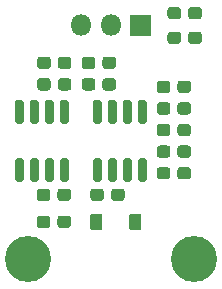
<source format=gbr>
G04 #@! TF.GenerationSoftware,KiCad,Pcbnew,(5.1.8)-1*
G04 #@! TF.CreationDate,2020-12-28T13:17:20-07:00*
G04 #@! TF.ProjectId,Moisture-Sensor,4d6f6973-7475-4726-952d-53656e736f72,rev?*
G04 #@! TF.SameCoordinates,Original*
G04 #@! TF.FileFunction,Soldermask,Top*
G04 #@! TF.FilePolarity,Negative*
%FSLAX46Y46*%
G04 Gerber Fmt 4.6, Leading zero omitted, Abs format (unit mm)*
G04 Created by KiCad (PCBNEW (5.1.8)-1) date 2020-12-28 13:17:20*
%MOMM*%
%LPD*%
G01*
G04 APERTURE LIST*
%ADD10O,1.802000X1.802000*%
%ADD11C,3.902000*%
G04 APERTURE END LIST*
G36*
G01*
X115025000Y-63643400D02*
X115025000Y-64169400D01*
G75*
G02*
X114762000Y-64432400I-263000J0D01*
G01*
X114136000Y-64432400D01*
G75*
G02*
X113873000Y-64169400I0J263000D01*
G01*
X113873000Y-63643400D01*
G75*
G02*
X114136000Y-63380400I263000J0D01*
G01*
X114762000Y-63380400D01*
G75*
G02*
X115025000Y-63643400I0J-263000D01*
G01*
G37*
G36*
G01*
X116775000Y-63643400D02*
X116775000Y-64169400D01*
G75*
G02*
X116512000Y-64432400I-263000J0D01*
G01*
X115886000Y-64432400D01*
G75*
G02*
X115623000Y-64169400I0J263000D01*
G01*
X115623000Y-63643400D01*
G75*
G02*
X115886000Y-63380400I263000J0D01*
G01*
X116512000Y-63380400D01*
G75*
G02*
X116775000Y-63643400I0J-263000D01*
G01*
G37*
G36*
G01*
X116775000Y-65472200D02*
X116775000Y-65998200D01*
G75*
G02*
X116512000Y-66261200I-263000J0D01*
G01*
X115886000Y-66261200D01*
G75*
G02*
X115623000Y-65998200I0J263000D01*
G01*
X115623000Y-65472200D01*
G75*
G02*
X115886000Y-65209200I263000J0D01*
G01*
X116512000Y-65209200D01*
G75*
G02*
X116775000Y-65472200I0J-263000D01*
G01*
G37*
G36*
G01*
X115025000Y-65472200D02*
X115025000Y-65998200D01*
G75*
G02*
X114762000Y-66261200I-263000J0D01*
G01*
X114136000Y-66261200D01*
G75*
G02*
X113873000Y-65998200I0J263000D01*
G01*
X113873000Y-65472200D01*
G75*
G02*
X114136000Y-65209200I263000J0D01*
G01*
X114762000Y-65209200D01*
G75*
G02*
X115025000Y-65472200I0J-263000D01*
G01*
G37*
G36*
G01*
X103713000Y-67827000D02*
X103713000Y-67301000D01*
G75*
G02*
X103976000Y-67038000I263000J0D01*
G01*
X104602000Y-67038000D01*
G75*
G02*
X104865000Y-67301000I0J-263000D01*
G01*
X104865000Y-67827000D01*
G75*
G02*
X104602000Y-68090000I-263000J0D01*
G01*
X103976000Y-68090000D01*
G75*
G02*
X103713000Y-67827000I0J263000D01*
G01*
G37*
G36*
G01*
X105463000Y-67827000D02*
X105463000Y-67301000D01*
G75*
G02*
X105726000Y-67038000I263000J0D01*
G01*
X106352000Y-67038000D01*
G75*
G02*
X106615000Y-67301000I0J-263000D01*
G01*
X106615000Y-67827000D01*
G75*
G02*
X106352000Y-68090000I-263000J0D01*
G01*
X105726000Y-68090000D01*
G75*
G02*
X105463000Y-67827000I0J263000D01*
G01*
G37*
G36*
G01*
X111153000Y-67301000D02*
X111153000Y-67827000D01*
G75*
G02*
X110890000Y-68090000I-263000J0D01*
G01*
X110264000Y-68090000D01*
G75*
G02*
X110001000Y-67827000I0J263000D01*
G01*
X110001000Y-67301000D01*
G75*
G02*
X110264000Y-67038000I263000J0D01*
G01*
X110890000Y-67038000D01*
G75*
G02*
X111153000Y-67301000I0J-263000D01*
G01*
G37*
G36*
G01*
X109403000Y-67301000D02*
X109403000Y-67827000D01*
G75*
G02*
X109140000Y-68090000I-263000J0D01*
G01*
X108514000Y-68090000D01*
G75*
G02*
X108251000Y-67827000I0J263000D01*
G01*
X108251000Y-67301000D01*
G75*
G02*
X108514000Y-67038000I263000J0D01*
G01*
X109140000Y-67038000D01*
G75*
G02*
X109403000Y-67301000I0J-263000D01*
G01*
G37*
G36*
G01*
X108675000Y-56125000D02*
X108675000Y-56651000D01*
G75*
G02*
X108412000Y-56914000I-263000J0D01*
G01*
X107786000Y-56914000D01*
G75*
G02*
X107523000Y-56651000I0J263000D01*
G01*
X107523000Y-56125000D01*
G75*
G02*
X107786000Y-55862000I263000J0D01*
G01*
X108412000Y-55862000D01*
G75*
G02*
X108675000Y-56125000I0J-263000D01*
G01*
G37*
G36*
G01*
X110425000Y-56125000D02*
X110425000Y-56651000D01*
G75*
G02*
X110162000Y-56914000I-263000J0D01*
G01*
X109536000Y-56914000D01*
G75*
G02*
X109273000Y-56651000I0J263000D01*
G01*
X109273000Y-56125000D01*
G75*
G02*
X109536000Y-55862000I263000J0D01*
G01*
X110162000Y-55862000D01*
G75*
G02*
X110425000Y-56125000I0J-263000D01*
G01*
G37*
G36*
G01*
X114781000Y-52438000D02*
X114781000Y-51912000D01*
G75*
G02*
X115044000Y-51649000I263000J0D01*
G01*
X115670000Y-51649000D01*
G75*
G02*
X115933000Y-51912000I0J-263000D01*
G01*
X115933000Y-52438000D01*
G75*
G02*
X115670000Y-52701000I-263000J0D01*
G01*
X115044000Y-52701000D01*
G75*
G02*
X114781000Y-52438000I0J263000D01*
G01*
G37*
G36*
G01*
X116531000Y-52438000D02*
X116531000Y-51912000D01*
G75*
G02*
X116794000Y-51649000I263000J0D01*
G01*
X117420000Y-51649000D01*
G75*
G02*
X117683000Y-51912000I0J-263000D01*
G01*
X117683000Y-52438000D01*
G75*
G02*
X117420000Y-52701000I-263000J0D01*
G01*
X116794000Y-52701000D01*
G75*
G02*
X116531000Y-52438000I0J263000D01*
G01*
G37*
G36*
G01*
X108251000Y-70450000D02*
X108251000Y-69250000D01*
G75*
G02*
X108302000Y-69199000I51000J0D01*
G01*
X109202000Y-69199000D01*
G75*
G02*
X109253000Y-69250000I0J-51000D01*
G01*
X109253000Y-70450000D01*
G75*
G02*
X109202000Y-70501000I-51000J0D01*
G01*
X108302000Y-70501000D01*
G75*
G02*
X108251000Y-70450000I0J51000D01*
G01*
G37*
G36*
G01*
X111551000Y-70450000D02*
X111551000Y-69250000D01*
G75*
G02*
X111602000Y-69199000I51000J0D01*
G01*
X112502000Y-69199000D01*
G75*
G02*
X112553000Y-69250000I0J-51000D01*
G01*
X112553000Y-70450000D01*
G75*
G02*
X112502000Y-70501000I-51000J0D01*
G01*
X111602000Y-70501000D01*
G75*
G02*
X111551000Y-70450000I0J51000D01*
G01*
G37*
G36*
G01*
X114781000Y-54538000D02*
X114781000Y-54012000D01*
G75*
G02*
X115044000Y-53749000I263000J0D01*
G01*
X115670000Y-53749000D01*
G75*
G02*
X115933000Y-54012000I0J-263000D01*
G01*
X115933000Y-54538000D01*
G75*
G02*
X115670000Y-54801000I-263000J0D01*
G01*
X115044000Y-54801000D01*
G75*
G02*
X114781000Y-54538000I0J263000D01*
G01*
G37*
G36*
G01*
X116531000Y-54538000D02*
X116531000Y-54012000D01*
G75*
G02*
X116794000Y-53749000I263000J0D01*
G01*
X117420000Y-53749000D01*
G75*
G02*
X117683000Y-54012000I0J-263000D01*
G01*
X117683000Y-54538000D01*
G75*
G02*
X117420000Y-54801000I-263000J0D01*
G01*
X116794000Y-54801000D01*
G75*
G02*
X116531000Y-54538000I0J263000D01*
G01*
G37*
G36*
G01*
X105497000Y-56651000D02*
X105497000Y-56125000D01*
G75*
G02*
X105760000Y-55862000I263000J0D01*
G01*
X106386000Y-55862000D01*
G75*
G02*
X106649000Y-56125000I0J-263000D01*
G01*
X106649000Y-56651000D01*
G75*
G02*
X106386000Y-56914000I-263000J0D01*
G01*
X105760000Y-56914000D01*
G75*
G02*
X105497000Y-56651000I0J263000D01*
G01*
G37*
G36*
G01*
X103747000Y-56651000D02*
X103747000Y-56125000D01*
G75*
G02*
X104010000Y-55862000I263000J0D01*
G01*
X104636000Y-55862000D01*
G75*
G02*
X104899000Y-56125000I0J-263000D01*
G01*
X104899000Y-56651000D01*
G75*
G02*
X104636000Y-56914000I-263000J0D01*
G01*
X104010000Y-56914000D01*
G75*
G02*
X103747000Y-56651000I0J263000D01*
G01*
G37*
G36*
G01*
X103747000Y-58468000D02*
X103747000Y-57942000D01*
G75*
G02*
X104010000Y-57679000I263000J0D01*
G01*
X104636000Y-57679000D01*
G75*
G02*
X104899000Y-57942000I0J-263000D01*
G01*
X104899000Y-58468000D01*
G75*
G02*
X104636000Y-58731000I-263000J0D01*
G01*
X104010000Y-58731000D01*
G75*
G02*
X103747000Y-58468000I0J263000D01*
G01*
G37*
G36*
G01*
X105497000Y-58468000D02*
X105497000Y-57942000D01*
G75*
G02*
X105760000Y-57679000I263000J0D01*
G01*
X106386000Y-57679000D01*
G75*
G02*
X106649000Y-57942000I0J-263000D01*
G01*
X106649000Y-58468000D01*
G75*
G02*
X106386000Y-58731000I-263000J0D01*
G01*
X105760000Y-58731000D01*
G75*
G02*
X105497000Y-58468000I0J263000D01*
G01*
G37*
G36*
G01*
X115025000Y-59985800D02*
X115025000Y-60511800D01*
G75*
G02*
X114762000Y-60774800I-263000J0D01*
G01*
X114136000Y-60774800D01*
G75*
G02*
X113873000Y-60511800I0J263000D01*
G01*
X113873000Y-59985800D01*
G75*
G02*
X114136000Y-59722800I263000J0D01*
G01*
X114762000Y-59722800D01*
G75*
G02*
X115025000Y-59985800I0J-263000D01*
G01*
G37*
G36*
G01*
X116775000Y-59985800D02*
X116775000Y-60511800D01*
G75*
G02*
X116512000Y-60774800I-263000J0D01*
G01*
X115886000Y-60774800D01*
G75*
G02*
X115623000Y-60511800I0J263000D01*
G01*
X115623000Y-59985800D01*
G75*
G02*
X115886000Y-59722800I263000J0D01*
G01*
X116512000Y-59722800D01*
G75*
G02*
X116775000Y-59985800I0J-263000D01*
G01*
G37*
G36*
G01*
X116775000Y-61814600D02*
X116775000Y-62340600D01*
G75*
G02*
X116512000Y-62603600I-263000J0D01*
G01*
X115886000Y-62603600D01*
G75*
G02*
X115623000Y-62340600I0J263000D01*
G01*
X115623000Y-61814600D01*
G75*
G02*
X115886000Y-61551600I263000J0D01*
G01*
X116512000Y-61551600D01*
G75*
G02*
X116775000Y-61814600I0J-263000D01*
G01*
G37*
G36*
G01*
X115025000Y-61814600D02*
X115025000Y-62340600D01*
G75*
G02*
X114762000Y-62603600I-263000J0D01*
G01*
X114136000Y-62603600D01*
G75*
G02*
X113873000Y-62340600I0J263000D01*
G01*
X113873000Y-61814600D01*
G75*
G02*
X114136000Y-61551600I263000J0D01*
G01*
X114762000Y-61551600D01*
G75*
G02*
X115025000Y-61814600I0J-263000D01*
G01*
G37*
G36*
G01*
X109273000Y-58468000D02*
X109273000Y-57942000D01*
G75*
G02*
X109536000Y-57679000I263000J0D01*
G01*
X110162000Y-57679000D01*
G75*
G02*
X110425000Y-57942000I0J-263000D01*
G01*
X110425000Y-58468000D01*
G75*
G02*
X110162000Y-58731000I-263000J0D01*
G01*
X109536000Y-58731000D01*
G75*
G02*
X109273000Y-58468000I0J263000D01*
G01*
G37*
G36*
G01*
X107523000Y-58468000D02*
X107523000Y-57942000D01*
G75*
G02*
X107786000Y-57679000I263000J0D01*
G01*
X108412000Y-57679000D01*
G75*
G02*
X108675000Y-57942000I0J-263000D01*
G01*
X108675000Y-58468000D01*
G75*
G02*
X108412000Y-58731000I-263000J0D01*
G01*
X107786000Y-58731000D01*
G75*
G02*
X107523000Y-58468000I0J263000D01*
G01*
G37*
G36*
G01*
X115623000Y-58683000D02*
X115623000Y-58157000D01*
G75*
G02*
X115886000Y-57894000I263000J0D01*
G01*
X116512000Y-57894000D01*
G75*
G02*
X116775000Y-58157000I0J-263000D01*
G01*
X116775000Y-58683000D01*
G75*
G02*
X116512000Y-58946000I-263000J0D01*
G01*
X115886000Y-58946000D01*
G75*
G02*
X115623000Y-58683000I0J263000D01*
G01*
G37*
G36*
G01*
X113873000Y-58683000D02*
X113873000Y-58157000D01*
G75*
G02*
X114136000Y-57894000I263000J0D01*
G01*
X114762000Y-57894000D01*
G75*
G02*
X115025000Y-58157000I0J-263000D01*
G01*
X115025000Y-58683000D01*
G75*
G02*
X114762000Y-58946000I-263000J0D01*
G01*
X114136000Y-58946000D01*
G75*
G02*
X113873000Y-58683000I0J263000D01*
G01*
G37*
G36*
G01*
X106615000Y-69587000D02*
X106615000Y-70113000D01*
G75*
G02*
X106352000Y-70376000I-263000J0D01*
G01*
X105726000Y-70376000D01*
G75*
G02*
X105463000Y-70113000I0J263000D01*
G01*
X105463000Y-69587000D01*
G75*
G02*
X105726000Y-69324000I263000J0D01*
G01*
X106352000Y-69324000D01*
G75*
G02*
X106615000Y-69587000I0J-263000D01*
G01*
G37*
G36*
G01*
X104865000Y-69587000D02*
X104865000Y-70113000D01*
G75*
G02*
X104602000Y-70376000I-263000J0D01*
G01*
X103976000Y-70376000D01*
G75*
G02*
X103713000Y-70113000I0J263000D01*
G01*
X103713000Y-69587000D01*
G75*
G02*
X103976000Y-69324000I263000J0D01*
G01*
X104602000Y-69324000D01*
G75*
G02*
X104865000Y-69587000I0J-263000D01*
G01*
G37*
G36*
G01*
X105877500Y-59491000D02*
X106228500Y-59491000D01*
G75*
G02*
X106404000Y-59666500I0J-175500D01*
G01*
X106404000Y-61367500D01*
G75*
G02*
X106228500Y-61543000I-175500J0D01*
G01*
X105877500Y-61543000D01*
G75*
G02*
X105702000Y-61367500I0J175500D01*
G01*
X105702000Y-59666500D01*
G75*
G02*
X105877500Y-59491000I175500J0D01*
G01*
G37*
G36*
G01*
X104607500Y-59491000D02*
X104958500Y-59491000D01*
G75*
G02*
X105134000Y-59666500I0J-175500D01*
G01*
X105134000Y-61367500D01*
G75*
G02*
X104958500Y-61543000I-175500J0D01*
G01*
X104607500Y-61543000D01*
G75*
G02*
X104432000Y-61367500I0J175500D01*
G01*
X104432000Y-59666500D01*
G75*
G02*
X104607500Y-59491000I175500J0D01*
G01*
G37*
G36*
G01*
X103337500Y-59491000D02*
X103688500Y-59491000D01*
G75*
G02*
X103864000Y-59666500I0J-175500D01*
G01*
X103864000Y-61367500D01*
G75*
G02*
X103688500Y-61543000I-175500J0D01*
G01*
X103337500Y-61543000D01*
G75*
G02*
X103162000Y-61367500I0J175500D01*
G01*
X103162000Y-59666500D01*
G75*
G02*
X103337500Y-59491000I175500J0D01*
G01*
G37*
G36*
G01*
X102067500Y-59491000D02*
X102418500Y-59491000D01*
G75*
G02*
X102594000Y-59666500I0J-175500D01*
G01*
X102594000Y-61367500D01*
G75*
G02*
X102418500Y-61543000I-175500J0D01*
G01*
X102067500Y-61543000D01*
G75*
G02*
X101892000Y-61367500I0J175500D01*
G01*
X101892000Y-59666500D01*
G75*
G02*
X102067500Y-59491000I175500J0D01*
G01*
G37*
G36*
G01*
X102067500Y-64441000D02*
X102418500Y-64441000D01*
G75*
G02*
X102594000Y-64616500I0J-175500D01*
G01*
X102594000Y-66317500D01*
G75*
G02*
X102418500Y-66493000I-175500J0D01*
G01*
X102067500Y-66493000D01*
G75*
G02*
X101892000Y-66317500I0J175500D01*
G01*
X101892000Y-64616500D01*
G75*
G02*
X102067500Y-64441000I175500J0D01*
G01*
G37*
G36*
G01*
X103337500Y-64441000D02*
X103688500Y-64441000D01*
G75*
G02*
X103864000Y-64616500I0J-175500D01*
G01*
X103864000Y-66317500D01*
G75*
G02*
X103688500Y-66493000I-175500J0D01*
G01*
X103337500Y-66493000D01*
G75*
G02*
X103162000Y-66317500I0J175500D01*
G01*
X103162000Y-64616500D01*
G75*
G02*
X103337500Y-64441000I175500J0D01*
G01*
G37*
G36*
G01*
X104607500Y-64441000D02*
X104958500Y-64441000D01*
G75*
G02*
X105134000Y-64616500I0J-175500D01*
G01*
X105134000Y-66317500D01*
G75*
G02*
X104958500Y-66493000I-175500J0D01*
G01*
X104607500Y-66493000D01*
G75*
G02*
X104432000Y-66317500I0J175500D01*
G01*
X104432000Y-64616500D01*
G75*
G02*
X104607500Y-64441000I175500J0D01*
G01*
G37*
G36*
G01*
X105877500Y-64441000D02*
X106228500Y-64441000D01*
G75*
G02*
X106404000Y-64616500I0J-175500D01*
G01*
X106404000Y-66317500D01*
G75*
G02*
X106228500Y-66493000I-175500J0D01*
G01*
X105877500Y-66493000D01*
G75*
G02*
X105702000Y-66317500I0J175500D01*
G01*
X105702000Y-64616500D01*
G75*
G02*
X105877500Y-64441000I175500J0D01*
G01*
G37*
G36*
G01*
X112481500Y-64441000D02*
X112832500Y-64441000D01*
G75*
G02*
X113008000Y-64616500I0J-175500D01*
G01*
X113008000Y-66317500D01*
G75*
G02*
X112832500Y-66493000I-175500J0D01*
G01*
X112481500Y-66493000D01*
G75*
G02*
X112306000Y-66317500I0J175500D01*
G01*
X112306000Y-64616500D01*
G75*
G02*
X112481500Y-64441000I175500J0D01*
G01*
G37*
G36*
G01*
X111211500Y-64441000D02*
X111562500Y-64441000D01*
G75*
G02*
X111738000Y-64616500I0J-175500D01*
G01*
X111738000Y-66317500D01*
G75*
G02*
X111562500Y-66493000I-175500J0D01*
G01*
X111211500Y-66493000D01*
G75*
G02*
X111036000Y-66317500I0J175500D01*
G01*
X111036000Y-64616500D01*
G75*
G02*
X111211500Y-64441000I175500J0D01*
G01*
G37*
G36*
G01*
X109941500Y-64441000D02*
X110292500Y-64441000D01*
G75*
G02*
X110468000Y-64616500I0J-175500D01*
G01*
X110468000Y-66317500D01*
G75*
G02*
X110292500Y-66493000I-175500J0D01*
G01*
X109941500Y-66493000D01*
G75*
G02*
X109766000Y-66317500I0J175500D01*
G01*
X109766000Y-64616500D01*
G75*
G02*
X109941500Y-64441000I175500J0D01*
G01*
G37*
G36*
G01*
X108671500Y-64441000D02*
X109022500Y-64441000D01*
G75*
G02*
X109198000Y-64616500I0J-175500D01*
G01*
X109198000Y-66317500D01*
G75*
G02*
X109022500Y-66493000I-175500J0D01*
G01*
X108671500Y-66493000D01*
G75*
G02*
X108496000Y-66317500I0J175500D01*
G01*
X108496000Y-64616500D01*
G75*
G02*
X108671500Y-64441000I175500J0D01*
G01*
G37*
G36*
G01*
X108671500Y-59491000D02*
X109022500Y-59491000D01*
G75*
G02*
X109198000Y-59666500I0J-175500D01*
G01*
X109198000Y-61367500D01*
G75*
G02*
X109022500Y-61543000I-175500J0D01*
G01*
X108671500Y-61543000D01*
G75*
G02*
X108496000Y-61367500I0J175500D01*
G01*
X108496000Y-59666500D01*
G75*
G02*
X108671500Y-59491000I175500J0D01*
G01*
G37*
G36*
G01*
X109941500Y-59491000D02*
X110292500Y-59491000D01*
G75*
G02*
X110468000Y-59666500I0J-175500D01*
G01*
X110468000Y-61367500D01*
G75*
G02*
X110292500Y-61543000I-175500J0D01*
G01*
X109941500Y-61543000D01*
G75*
G02*
X109766000Y-61367500I0J175500D01*
G01*
X109766000Y-59666500D01*
G75*
G02*
X109941500Y-59491000I175500J0D01*
G01*
G37*
G36*
G01*
X111211500Y-59491000D02*
X111562500Y-59491000D01*
G75*
G02*
X111738000Y-59666500I0J-175500D01*
G01*
X111738000Y-61367500D01*
G75*
G02*
X111562500Y-61543000I-175500J0D01*
G01*
X111211500Y-61543000D01*
G75*
G02*
X111036000Y-61367500I0J175500D01*
G01*
X111036000Y-59666500D01*
G75*
G02*
X111211500Y-59491000I175500J0D01*
G01*
G37*
G36*
G01*
X112481500Y-59491000D02*
X112832500Y-59491000D01*
G75*
G02*
X113008000Y-59666500I0J-175500D01*
G01*
X113008000Y-61367500D01*
G75*
G02*
X112832500Y-61543000I-175500J0D01*
G01*
X112481500Y-61543000D01*
G75*
G02*
X112306000Y-61367500I0J175500D01*
G01*
X112306000Y-59666500D01*
G75*
G02*
X112481500Y-59491000I175500J0D01*
G01*
G37*
G36*
G01*
X111675000Y-52304000D02*
X113375000Y-52304000D01*
G75*
G02*
X113426000Y-52355000I0J-51000D01*
G01*
X113426000Y-54055000D01*
G75*
G02*
X113375000Y-54106000I-51000J0D01*
G01*
X111675000Y-54106000D01*
G75*
G02*
X111624000Y-54055000I0J51000D01*
G01*
X111624000Y-52355000D01*
G75*
G02*
X111675000Y-52304000I51000J0D01*
G01*
G37*
D10*
X109985000Y-53205000D03*
X107445000Y-53205000D03*
D11*
X103000000Y-73000000D03*
X117000000Y-73000000D03*
M02*

</source>
